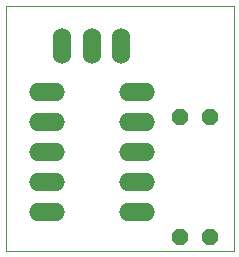
<source format=gbr>
G75*
G70*
%OFA0B0*%
%FSLAX24Y24*%
%IPPOS*%
%LPD*%
%AMOC8*
5,1,8,0,0,1.08239X$1,22.5*
%
%ADD10C,0.0000*%
%ADD11O,0.1200X0.0600*%
%ADD12O,0.0600X0.1200*%
%ADD13OC8,0.0520*%
D10*
X008755Y001224D02*
X001164Y001224D01*
X001154Y009400D01*
X008755Y009400D01*
X008755Y001224D01*
D11*
X005519Y006512D03*
X005519Y005512D03*
X005519Y004512D03*
X005519Y003512D03*
X005519Y002512D03*
X002519Y002512D03*
X002519Y003512D03*
X002519Y004512D03*
X002519Y005512D03*
X002519Y006512D03*
D12*
X005004Y008051D03*
X004019Y008051D03*
X003035Y008051D03*
D13*
X007979Y005692D03*
X007979Y001692D03*
X006949Y005692D03*
X006949Y001692D03*
M02*

</source>
